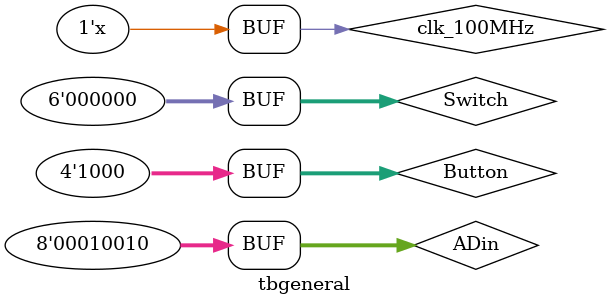
<source format=v>
`timescale 1ns / 1ps


module tbgeneral;

	// Inputs
	reg clk_100MHz;
	reg [5:0] Switch;
	reg [3:0] Button;
	reg [7:0] ADin;

	// Outputs
	wire [7:0] ADout;
	wire [11:0] Color;
	wire hsync;
	wire vsync;
	wire R_D;
	wire C_S;
	wire W_R;
	wire A_D;
	wire clknex;

	// Instantiate the Unit Under Test (UUT)
	ModuloPrincipal uut (
		.clk_100MHz(clk_100MHz), 
		.Switch(Switch), 
		.Button(Button), 
		.ADin(ADin), 
		.ADout(ADout), 
		.Color(Color), 
		.hsync(hsync), 
		.vsync(vsync), 
		.R_D(R_D), 
		.C_S(C_S), 
		.W_R(W_R), 
		.A_D(A_D), 
		.clknex(clknex)
	);

	initial begin
		// Initialize Inputs
		clk_100MHz = 0;
		Switch = 0;
		Button = 0;
		ADin = 8'h12;

		// Wait 100 ns for global reset to finish
		#100;
        
		// Add stimulus here


	end
	always 
	begin
		#5 clk_100MHz=!clk_100MHz;
	end
      
	initial
	begin
		Switch[5]=1;
		#30
		Switch[5]=0;
		#2000
		Switch[4]=1;
		#25000
		Button[3]=1;
		#25000
		Button[3]=1;
		#25000
		Switch[4]=0;
		
	end
      
endmodule


</source>
